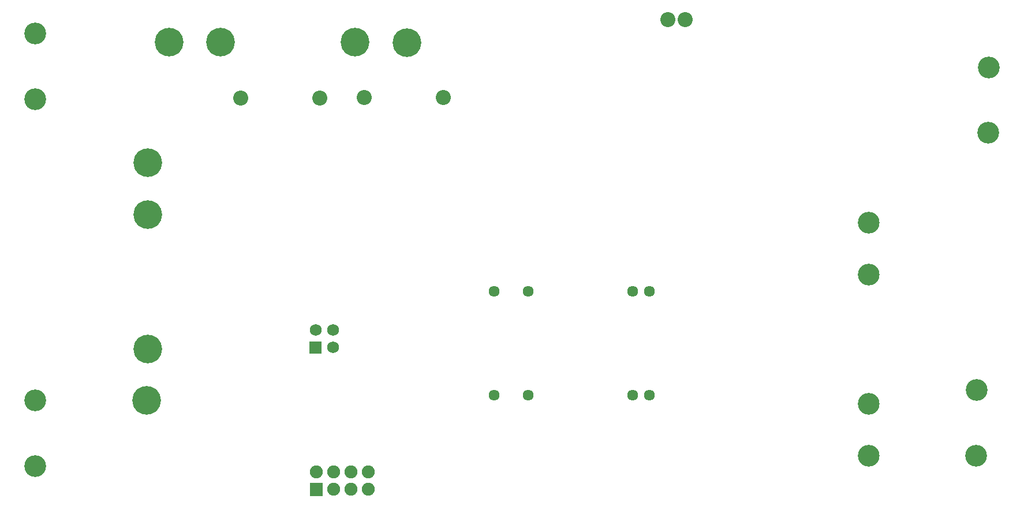
<source format=gbs>
G04 Layer: BottomSolderMaskLayer*
G04 EasyEDA v6.4.19.3, 2021-03-31T08:50:56+02:00*
G04 7e8d071977a24ced90268045b7a9a018,03b0b1bb86a94345b9bcc081285aab9b,10*
G04 Gerber Generator version 0.2*
G04 Scale: 100 percent, Rotated: No, Reflected: No *
G04 Dimensions in inches *
G04 leading zeros omitted , absolute positions ,3 integer and 6 decimal *
%FSLAX36Y36*%
%MOIN*%

%ADD40C,0.0680*%
%ADD42C,0.0749*%
%ADD45C,0.0867*%
%ADD46C,0.1655*%
%ADD47C,0.1261*%
%ADD48C,0.0634*%
%ADD58C,0.1253*%

%LPD*%
G36*
X2481000Y925999D02*
G01*
X2481000Y994000D01*
X2548999Y994000D01*
X2548999Y925999D01*
G37*
D40*
G01*
X2515000Y1060000D03*
G01*
X2615000Y960000D03*
G01*
X2615000Y1060000D03*
G36*
X2482500Y102500D02*
G01*
X2482500Y177500D01*
X2557500Y177500D01*
X2557500Y102500D01*
G37*
D42*
G01*
X2520000Y240000D03*
G01*
X2620000Y140000D03*
G01*
X2620000Y240000D03*
G01*
X2720000Y140000D03*
G01*
X2720000Y240000D03*
G01*
X2820000Y140000D03*
G01*
X2820000Y240000D03*
D45*
G01*
X4550000Y2855000D03*
G01*
X4650000Y2855000D03*
G01*
X2081649Y2400000D03*
G01*
X2538350Y2400000D03*
G01*
X3253350Y2405000D03*
G01*
X2796649Y2405000D03*
D46*
G01*
X2742790Y2725000D03*
G01*
X3042010Y2720000D03*
G01*
X1967200Y2725000D03*
G01*
X1667989Y2725000D03*
D47*
G01*
X6401999Y2579000D03*
G01*
X6401059Y2199980D03*
G01*
X896700Y2395999D03*
G01*
X897640Y2775019D03*
G01*
X896700Y275999D03*
G01*
X897640Y655019D03*
D48*
G01*
X4443819Y1284209D03*
G01*
X4345389Y1284209D03*
G01*
X3743029Y1284209D03*
G01*
X3546180Y1284209D03*
G01*
X3546180Y685790D03*
G01*
X3743029Y685790D03*
G01*
X4345389Y685790D03*
G01*
X4443819Y685790D03*
D47*
G01*
X6331999Y714000D03*
G01*
X6331059Y334980D03*
D46*
G01*
X1545000Y952210D03*
G01*
X1540000Y652989D03*
G01*
X1545000Y1727800D03*
G01*
X1545000Y2027010D03*
D58*
G01*
X5710000Y1682010D03*
G01*
X5710000Y1382010D03*
G01*
X5710000Y335000D03*
G01*
X5710000Y635000D03*
M02*

</source>
